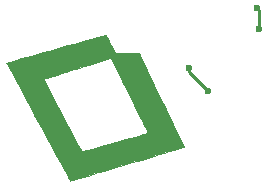
<source format=gbr>
G04 #@! TF.GenerationSoftware,KiCad,Pcbnew,5.1.2*
G04 #@! TF.CreationDate,2019-07-01T15:55:53-05:00*
G04 #@! TF.ProjectId,Camera,43616d65-7261-42e6-9b69-6361645f7063,rev?*
G04 #@! TF.SameCoordinates,Original*
G04 #@! TF.FileFunction,Copper,L1,Top*
G04 #@! TF.FilePolarity,Positive*
%FSLAX46Y46*%
G04 Gerber Fmt 4.6, Leading zero omitted, Abs format (unit mm)*
G04 Created by KiCad (PCBNEW 5.1.2) date 2019-07-01 15:55:53*
%MOMM*%
%LPD*%
G04 APERTURE LIST*
%ADD10C,0.010000*%
%ADD11C,1.750000*%
%ADD12C,0.600000*%
%ADD13C,0.250000*%
G04 APERTURE END LIST*
D10*
G36*
X139517290Y-103005517D02*
G01*
X139540862Y-103053932D01*
X139598206Y-103164877D01*
X139682994Y-103326312D01*
X139788898Y-103526199D01*
X139909589Y-103752499D01*
X139928232Y-103787334D01*
X140324896Y-104528167D01*
X141330700Y-104535146D01*
X142336504Y-104542126D01*
X144235324Y-108472146D01*
X144496645Y-109013418D01*
X144747331Y-109533464D01*
X144984946Y-110027187D01*
X145207053Y-110489490D01*
X145411219Y-110915277D01*
X145595006Y-111299451D01*
X145755980Y-111636916D01*
X145891704Y-111922574D01*
X145999743Y-112151329D01*
X146077661Y-112318084D01*
X146123023Y-112417743D01*
X146134239Y-112445659D01*
X146094644Y-112461174D01*
X145979908Y-112498726D01*
X145796128Y-112556504D01*
X145549399Y-112632695D01*
X145245819Y-112725489D01*
X144891484Y-112833072D01*
X144492491Y-112953634D01*
X144054937Y-113085361D01*
X143584919Y-113226443D01*
X143088533Y-113375068D01*
X142571877Y-113529423D01*
X142041046Y-113687696D01*
X141502137Y-113848076D01*
X140961248Y-114008751D01*
X140424475Y-114167909D01*
X139897914Y-114323739D01*
X139387663Y-114474427D01*
X138899818Y-114618162D01*
X138440475Y-114753133D01*
X138015733Y-114877528D01*
X137631686Y-114989534D01*
X137294433Y-115087339D01*
X137010069Y-115169133D01*
X136784692Y-115233102D01*
X136624399Y-115277436D01*
X136535285Y-115300321D01*
X136519230Y-115303152D01*
X136496227Y-115266487D01*
X136435325Y-115159653D01*
X136338885Y-114986964D01*
X136209264Y-114752732D01*
X136048823Y-114461272D01*
X135859919Y-114116898D01*
X135644913Y-113723923D01*
X135406163Y-113286662D01*
X135146029Y-112809427D01*
X134866869Y-112296534D01*
X134571042Y-111752296D01*
X134260908Y-111181027D01*
X133938826Y-110587040D01*
X133796237Y-110323855D01*
X133470068Y-109721350D01*
X133155415Y-109139486D01*
X132854601Y-108582587D01*
X132569946Y-108054977D01*
X132303772Y-107560982D01*
X132058401Y-107104924D01*
X131852366Y-106721312D01*
X134283213Y-106721312D01*
X134311007Y-106808852D01*
X134373189Y-106954739D01*
X134471565Y-107162980D01*
X134607939Y-107437581D01*
X134759608Y-107734962D01*
X134906033Y-108018353D01*
X135072750Y-108338886D01*
X135256041Y-108689564D01*
X135452182Y-109063392D01*
X135657454Y-109453375D01*
X135868135Y-109852515D01*
X136080504Y-110253817D01*
X136290840Y-110650285D01*
X136495421Y-111034924D01*
X136690527Y-111400736D01*
X136872437Y-111740727D01*
X137037429Y-112047900D01*
X137181782Y-112315260D01*
X137301775Y-112535810D01*
X137393687Y-112702554D01*
X137453797Y-112808497D01*
X137478383Y-112846642D01*
X137478513Y-112846667D01*
X137519490Y-112835763D01*
X137632847Y-112804744D01*
X137809382Y-112756150D01*
X138039895Y-112692521D01*
X138315187Y-112616395D01*
X138626056Y-112530312D01*
X138941958Y-112442732D01*
X139354976Y-112327624D01*
X139808742Y-112200221D01*
X140279912Y-112067141D01*
X140745140Y-111935000D01*
X141181084Y-111810415D01*
X141564397Y-111700002D01*
X141647000Y-111676047D01*
X141960625Y-111584951D01*
X142250217Y-111500842D01*
X142505164Y-111426801D01*
X142714855Y-111365910D01*
X142868678Y-111321250D01*
X142956023Y-111295903D01*
X142969917Y-111291877D01*
X143032710Y-111250082D01*
X143044000Y-111220265D01*
X143025664Y-111177489D01*
X142972922Y-111065820D01*
X142889176Y-110892122D01*
X142777826Y-110663258D01*
X142642274Y-110386093D01*
X142485919Y-110067490D01*
X142312163Y-109714312D01*
X142124406Y-109333425D01*
X141926050Y-108931691D01*
X141720494Y-108515975D01*
X141511141Y-108093141D01*
X141301390Y-107670052D01*
X141094642Y-107253572D01*
X140894299Y-106850564D01*
X140703761Y-106467894D01*
X140526428Y-106112425D01*
X140365703Y-105791020D01*
X140224984Y-105510544D01*
X140107674Y-105277860D01*
X140017173Y-105099832D01*
X139956882Y-104983324D01*
X139930201Y-104935200D01*
X139929646Y-104934535D01*
X139885904Y-104941340D01*
X139773476Y-104970241D01*
X139604405Y-105017818D01*
X139390734Y-105080650D01*
X139144508Y-105155317D01*
X139054521Y-105183100D01*
X138870025Y-105240544D01*
X138629690Y-105315723D01*
X138342285Y-105405869D01*
X138016580Y-105508211D01*
X137661343Y-105619982D01*
X137285344Y-105738413D01*
X136897352Y-105860735D01*
X136506135Y-105984178D01*
X136120463Y-106105975D01*
X135749105Y-106223356D01*
X135400830Y-106333553D01*
X135084406Y-106433796D01*
X134808604Y-106521318D01*
X134582192Y-106593349D01*
X134413939Y-106647120D01*
X134312614Y-106679863D01*
X134288003Y-106688114D01*
X134283213Y-106721312D01*
X131852366Y-106721312D01*
X131836154Y-106691128D01*
X131639353Y-106323920D01*
X131470320Y-106007623D01*
X131331376Y-105746561D01*
X131224842Y-105545059D01*
X131153041Y-105407442D01*
X131118294Y-105338033D01*
X131115332Y-105330224D01*
X131157011Y-105317128D01*
X131273998Y-105282919D01*
X131460081Y-105229351D01*
X131709048Y-105158176D01*
X132014687Y-105071149D01*
X132370785Y-104970023D01*
X132771130Y-104856552D01*
X133209510Y-104732490D01*
X133679713Y-104599590D01*
X134175526Y-104459607D01*
X134690739Y-104314292D01*
X135219138Y-104165401D01*
X135754511Y-104014687D01*
X136290646Y-103863904D01*
X136821331Y-103714805D01*
X137340354Y-103569144D01*
X137841502Y-103428674D01*
X138318564Y-103295150D01*
X138765327Y-103170324D01*
X138871089Y-103140813D01*
X139092087Y-103081910D01*
X139280206Y-103037037D01*
X139421793Y-103009053D01*
X139503191Y-103000817D01*
X139517290Y-103005517D01*
X139517290Y-103005517D01*
G37*
X139517290Y-103005517D02*
X139540862Y-103053932D01*
X139598206Y-103164877D01*
X139682994Y-103326312D01*
X139788898Y-103526199D01*
X139909589Y-103752499D01*
X139928232Y-103787334D01*
X140324896Y-104528167D01*
X141330700Y-104535146D01*
X142336504Y-104542126D01*
X144235324Y-108472146D01*
X144496645Y-109013418D01*
X144747331Y-109533464D01*
X144984946Y-110027187D01*
X145207053Y-110489490D01*
X145411219Y-110915277D01*
X145595006Y-111299451D01*
X145755980Y-111636916D01*
X145891704Y-111922574D01*
X145999743Y-112151329D01*
X146077661Y-112318084D01*
X146123023Y-112417743D01*
X146134239Y-112445659D01*
X146094644Y-112461174D01*
X145979908Y-112498726D01*
X145796128Y-112556504D01*
X145549399Y-112632695D01*
X145245819Y-112725489D01*
X144891484Y-112833072D01*
X144492491Y-112953634D01*
X144054937Y-113085361D01*
X143584919Y-113226443D01*
X143088533Y-113375068D01*
X142571877Y-113529423D01*
X142041046Y-113687696D01*
X141502137Y-113848076D01*
X140961248Y-114008751D01*
X140424475Y-114167909D01*
X139897914Y-114323739D01*
X139387663Y-114474427D01*
X138899818Y-114618162D01*
X138440475Y-114753133D01*
X138015733Y-114877528D01*
X137631686Y-114989534D01*
X137294433Y-115087339D01*
X137010069Y-115169133D01*
X136784692Y-115233102D01*
X136624399Y-115277436D01*
X136535285Y-115300321D01*
X136519230Y-115303152D01*
X136496227Y-115266487D01*
X136435325Y-115159653D01*
X136338885Y-114986964D01*
X136209264Y-114752732D01*
X136048823Y-114461272D01*
X135859919Y-114116898D01*
X135644913Y-113723923D01*
X135406163Y-113286662D01*
X135146029Y-112809427D01*
X134866869Y-112296534D01*
X134571042Y-111752296D01*
X134260908Y-111181027D01*
X133938826Y-110587040D01*
X133796237Y-110323855D01*
X133470068Y-109721350D01*
X133155415Y-109139486D01*
X132854601Y-108582587D01*
X132569946Y-108054977D01*
X132303772Y-107560982D01*
X132058401Y-107104924D01*
X131852366Y-106721312D01*
X134283213Y-106721312D01*
X134311007Y-106808852D01*
X134373189Y-106954739D01*
X134471565Y-107162980D01*
X134607939Y-107437581D01*
X134759608Y-107734962D01*
X134906033Y-108018353D01*
X135072750Y-108338886D01*
X135256041Y-108689564D01*
X135452182Y-109063392D01*
X135657454Y-109453375D01*
X135868135Y-109852515D01*
X136080504Y-110253817D01*
X136290840Y-110650285D01*
X136495421Y-111034924D01*
X136690527Y-111400736D01*
X136872437Y-111740727D01*
X137037429Y-112047900D01*
X137181782Y-112315260D01*
X137301775Y-112535810D01*
X137393687Y-112702554D01*
X137453797Y-112808497D01*
X137478383Y-112846642D01*
X137478513Y-112846667D01*
X137519490Y-112835763D01*
X137632847Y-112804744D01*
X137809382Y-112756150D01*
X138039895Y-112692521D01*
X138315187Y-112616395D01*
X138626056Y-112530312D01*
X138941958Y-112442732D01*
X139354976Y-112327624D01*
X139808742Y-112200221D01*
X140279912Y-112067141D01*
X140745140Y-111935000D01*
X141181084Y-111810415D01*
X141564397Y-111700002D01*
X141647000Y-111676047D01*
X141960625Y-111584951D01*
X142250217Y-111500842D01*
X142505164Y-111426801D01*
X142714855Y-111365910D01*
X142868678Y-111321250D01*
X142956023Y-111295903D01*
X142969917Y-111291877D01*
X143032710Y-111250082D01*
X143044000Y-111220265D01*
X143025664Y-111177489D01*
X142972922Y-111065820D01*
X142889176Y-110892122D01*
X142777826Y-110663258D01*
X142642274Y-110386093D01*
X142485919Y-110067490D01*
X142312163Y-109714312D01*
X142124406Y-109333425D01*
X141926050Y-108931691D01*
X141720494Y-108515975D01*
X141511141Y-108093141D01*
X141301390Y-107670052D01*
X141094642Y-107253572D01*
X140894299Y-106850564D01*
X140703761Y-106467894D01*
X140526428Y-106112425D01*
X140365703Y-105791020D01*
X140224984Y-105510544D01*
X140107674Y-105277860D01*
X140017173Y-105099832D01*
X139956882Y-104983324D01*
X139930201Y-104935200D01*
X139929646Y-104934535D01*
X139885904Y-104941340D01*
X139773476Y-104970241D01*
X139604405Y-105017818D01*
X139390734Y-105080650D01*
X139144508Y-105155317D01*
X139054521Y-105183100D01*
X138870025Y-105240544D01*
X138629690Y-105315723D01*
X138342285Y-105405869D01*
X138016580Y-105508211D01*
X137661343Y-105619982D01*
X137285344Y-105738413D01*
X136897352Y-105860735D01*
X136506135Y-105984178D01*
X136120463Y-106105975D01*
X135749105Y-106223356D01*
X135400830Y-106333553D01*
X135084406Y-106433796D01*
X134808604Y-106521318D01*
X134582192Y-106593349D01*
X134413939Y-106647120D01*
X134312614Y-106679863D01*
X134288003Y-106688114D01*
X134283213Y-106721312D01*
X131852366Y-106721312D01*
X131836154Y-106691128D01*
X131639353Y-106323920D01*
X131470320Y-106007623D01*
X131331376Y-105746561D01*
X131224842Y-105545059D01*
X131153041Y-105407442D01*
X131118294Y-105338033D01*
X131115332Y-105330224D01*
X131157011Y-105317128D01*
X131273998Y-105282919D01*
X131460081Y-105229351D01*
X131709048Y-105158176D01*
X132014687Y-105071149D01*
X132370785Y-104970023D01*
X132771130Y-104856552D01*
X133209510Y-104732490D01*
X133679713Y-104599590D01*
X134175526Y-104459607D01*
X134690739Y-104314292D01*
X135219138Y-104165401D01*
X135754511Y-104014687D01*
X136290646Y-103863904D01*
X136821331Y-103714805D01*
X137340354Y-103569144D01*
X137841502Y-103428674D01*
X138318564Y-103295150D01*
X138765327Y-103170324D01*
X138871089Y-103140813D01*
X139092087Y-103081910D01*
X139280206Y-103037037D01*
X139421793Y-103009053D01*
X139503191Y-103000817D01*
X139517290Y-103005517D01*
D11*
X137405555Y-113957357D03*
D12*
X152500000Y-102500000D03*
X152300000Y-100700000D03*
X148200000Y-107700000D03*
X146600000Y-105800000D03*
D13*
X152500000Y-102500000D02*
X152500000Y-100900000D01*
X152500000Y-100900000D02*
X152300000Y-100700000D01*
X148200000Y-107700000D02*
X146600000Y-106100000D01*
X146600000Y-106100000D02*
X146600000Y-105800000D01*
M02*

</source>
